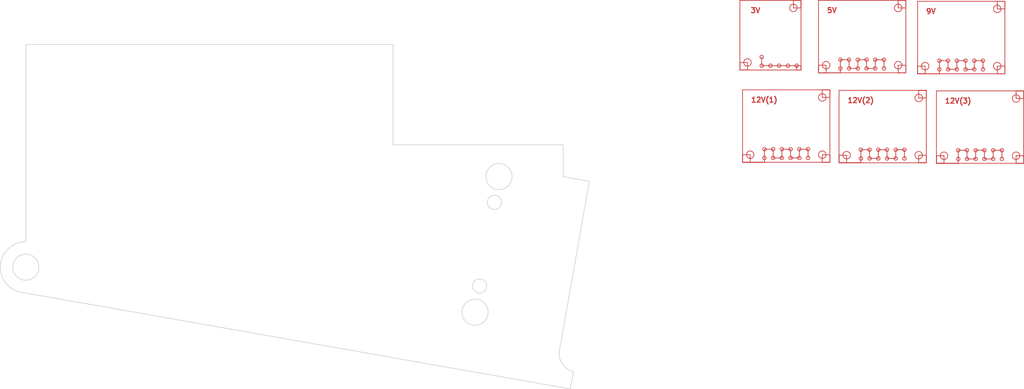
<source format=kicad_pcb>
(kicad_pcb
	(version 20241229)
	(generator "pcbnew")
	(generator_version "9.0")
	(general
		(thickness 1.6)
		(legacy_teardrops no)
	)
	(paper "A4")
	(layers
		(0 "F.Cu" signal)
		(2 "B.Cu" signal)
		(9 "F.Adhes" user "F.Adhesive")
		(11 "B.Adhes" user "B.Adhesive")
		(13 "F.Paste" user)
		(15 "B.Paste" user)
		(5 "F.SilkS" user "F.Silkscreen")
		(7 "B.SilkS" user "B.Silkscreen")
		(1 "F.Mask" user)
		(3 "B.Mask" user)
		(17 "Dwgs.User" user "User.Drawings")
		(19 "Cmts.User" user "User.Comments")
		(21 "Eco1.User" user "User.Eco1")
		(23 "Eco2.User" user "User.Eco2")
		(25 "Edge.Cuts" user)
		(27 "Margin" user)
		(31 "F.CrtYd" user "F.Courtyard")
		(29 "B.CrtYd" user "B.Courtyard")
		(35 "F.Fab" user)
		(33 "B.Fab" user)
		(39 "User.1" user)
		(41 "User.2" user)
		(43 "User.3" user)
		(45 "User.4" user)
	)
	(setup
		(pad_to_mask_clearance 0)
		(allow_soldermask_bridges_in_footprints no)
		(tenting front back)
		(pcbplotparams
			(layerselection 0x00000000_00000000_55555555_5755f5ff)
			(plot_on_all_layers_selection 0x00000000_00000000_00000000_00000000)
			(disableapertmacros no)
			(usegerberextensions no)
			(usegerberattributes yes)
			(usegerberadvancedattributes yes)
			(creategerberjobfile yes)
			(dashed_line_dash_ratio 12.000000)
			(dashed_line_gap_ratio 3.000000)
			(svgprecision 4)
			(plotframeref no)
			(mode 1)
			(useauxorigin no)
			(hpglpennumber 1)
			(hpglpenspeed 20)
			(hpglpendiameter 15.000000)
			(pdf_front_fp_property_popups yes)
			(pdf_back_fp_property_popups yes)
			(pdf_metadata yes)
			(pdf_single_document no)
			(dxfpolygonmode yes)
			(dxfimperialunits yes)
			(dxfusepcbnewfont yes)
			(psnegative no)
			(psa4output no)
			(plot_black_and_white yes)
			(sketchpadsonfab no)
			(plotpadnumbers no)
			(hidednponfab no)
			(sketchdnponfab yes)
			(crossoutdnponfab yes)
			(subtractmaskfromsilk no)
			(outputformat 1)
			(mirror no)
			(drillshape 1)
			(scaleselection 1)
			(outputdirectory "")
		)
	)
	(net 0 "")
	(gr_line
		(start 32.5374 58.6232)
		(end 32.5374 61.1632)
		(stroke
			(width 0.2)
			(type default)
		)
		(layer "F.Cu")
		(uuid "017bb5fa-747d-46c2-a259-872d0de036aa")
	)
	(gr_circle
		(center 98.171 43.8404)
		(end 97.4598 44.6786)
		(stroke
			(width 0.2)
			(type default)
		)
		(fill no)
		(layer "F.Cu")
		(uuid "028f7d4a-49fc-461c-96b2-63a4089dfa99")
	)
	(gr_circle
		(center 86.0044 35.3568)
		(end 86.0044 34.8488)
		(stroke
			(width 0.2)
			(type default)
		)
		(fill no)
		(layer "F.Cu")
		(uuid "04027d57-783b-4ae4-bd51-23eb6efcb438")
	)
	(gr_circle
		(center 33.3502 17.4498)
		(end 33.3502 18.542)
		(stroke
			(width 0.2)
			(type default)
		)
		(fill no)
		(layer "F.Cu")
		(uuid "048f68d3-8bbb-4d32-8d0d-d0fd0e5ced2d")
	)
	(gr_circle
		(center 63.8556 17.4498)
		(end 63.1444 18.288)
		(stroke
			(width 0.2)
			(type default)
		)
		(fill no)
		(layer "F.Cu")
		(uuid "0d1651c0-9ad9-440c-9ad1-8342d67cefd7")
	)
	(gr_rect
		(start 74.9808 60.5282)
		(end 77.1906 62.738)
		(stroke
			(width 0.2)
			(type default)
		)
		(fill no)
		(layer "F.Cu")
		(uuid "0d287d1a-97d7-4425-821a-86e68e15d826")
	)
	(gr_line
		(start 63.1444 58.7756)
		(end 65.6844 58.7756)
		(stroke
			(width 0.2)
			(type default)
		)
		(layer "F.Cu")
		(uuid "0dbb3a34-a726-4977-b31f-71968799b972")
	)
	(gr_circle
		(center 19.9898 33.3502)
		(end 19.9898 32.258)
		(stroke
			(width 0.2)
			(type default)
		)
		(fill no)
		(layer "F.Cu")
		(uuid "0dc64463-4ea1-4c3e-99f9-c8e25f88db85")
	)
	(gr_circle
		(center 55.5244 61.3156)
		(end 55.9308 61.0108)
		(stroke
			(width 0.2)
			(type default)
		)
		(fill no)
		(layer "F.Cu")
		(uuid "0f5155ab-c94e-4d31-b184-fc04baeae081")
	)
	(gr_line
		(start 78.3844 32.8168)
		(end 78.3844 35.3568)
		(stroke
			(width 0.2)
			(type default)
		)
		(layer "F.Cu")
		(uuid "0fb14b5e-a921-47c7-ab8f-95da22b42ff0")
	)
	(gr_circle
		(center 60.6044 58.7756)
		(end 61.1124 58.7756)
		(stroke
			(width 0.2)
			(type default)
		)
		(fill no)
		(layer "F.Cu")
		(uuid "11d755bb-13f6-48a1-a82a-eac0c217bb77")
	)
	(gr_circle
		(center 55.5244 58.7756)
		(end 55.8292 58.3692)
		(stroke
			(width 0.2)
			(type default)
		)
		(fill no)
		(layer "F.Cu")
		(uuid "12bd74cf-2fa2-4b4f-8521-0ab707408a6d")
	)
	(gr_line
		(start 63.1444 61.3156)
		(end 63.1444 58.7756)
		(stroke
			(width 0.2)
			(type default)
		)
		(layer "F.Cu")
		(uuid "13508915-149a-4544-b801-3f60db84bb8b")
	)
	(gr_rect
		(start 92.6846 34.417)
		(end 94.8944 36.6268)
		(stroke
			(width 0.2)
			(type default)
		)
		(fill no)
		(layer "F.Cu")
		(uuid "13629bf9-c96a-4b46-8888-24345bc26fa1")
	)
	(gr_line
		(start 52.9844 61.3156)
		(end 52.9844 58.7756)
		(stroke
			(width 0.2)
			(type default)
		)
		(layer "F.Cu")
		(uuid "16074348-bfd0-4f3d-ba11-ea97221a71ed")
	)
	(gr_circle
		(center 41.7576 43.5356)
		(end 41.0464 44.3738)
		(stroke
			(width 0.2)
			(type default)
		)
		(fill no)
		(layer "F.Cu")
		(uuid "17418aed-b574-4d24-85a6-0d080d9db49a")
	)
	(gr_circle
		(center 58.0644 61.3156)
		(end 57.5564 61.3156)
		(stroke
			(width 0.2)
			(type default)
		)
		(fill no)
		(layer "F.Cu")
		(uuid "174c9129-de7f-489b-98e0-0947dfcdd5ff")
	)
	(gr_line
		(start 24.9174 58.6232)
		(end 27.4574 58.6232)
		(stroke
			(width 0.2)
			(type default)
		)
		(layer "F.Cu")
		(uuid "19829982-fad9-4374-98dd-d196878e4e3c")
	)
	(gr_circle
		(center 75.8444 32.8168)
		(end 75.8444 32.3088)
		(stroke
			(width 0.2)
			(type default)
		)
		(fill no)
		(layer "F.Cu")
		(uuid "1bb1f699-ef38-4056-811e-dab6326b1973")
	)
	(gr_circle
		(center 63.1444 61.3156)
		(end 63.1444 60.8076)
		(stroke
			(width 0.2)
			(type default)
		)
		(fill no)
		(layer "F.Cu")
		(uuid "1de4c85c-822b-4de2-a753-b2f4c345b252")
	)
	(gr_rect
		(start 63.8556 15.24)
		(end 66.0654 17.4498)
		(stroke
			(width 0.2)
			(type default)
		)
		(fill no)
		(layer "F.Cu")
		(uuid "1f5220b4-85c4-4825-9cb8-5540edd776f1")
	)
	(gr_rect
		(start 18.5674 41.3258)
		(end 43.9674 62.4332)
		(stroke
			(width 0.2)
			(type default)
		)
		(fill no)
		(layer "F.Cu")
		(uuid "21ce7aff-9844-4490-9c12-f634a0354f15")
	)
	(gr_circle
		(center 86.0044 32.8168)
		(end 86.0044 33.3248)
		(stroke
			(width 0.2)
			(type default)
		)
		(fill no)
		(layer "F.Cu")
		(uuid "22811b9c-25ac-424b-a2ba-c953018b5a29")
	)
	(gr_circle
		(center 80.9244 32.8168)
		(end 81.4324 32.8168)
		(stroke
			(width 0.2)
			(type default)
		)
		(fill no)
		(layer "F.Cu")
		(uuid "2611e11b-bfbf-4ef5-8221-b79406548c18")
	)
	(gr_circle
		(center 65.6844 58.7756)
		(end 66.1924 58.7756)
		(stroke
			(width 0.2)
			(type default)
		)
		(fill no)
		(layer "F.Cu")
		(uuid "269a6d33-2120-4709-9e23-ef9957582a44")
	)
	(gr_line
		(start 59.7154 32.5374)
		(end 59.7154 35.0774)
		(stroke
			(width 0.2)
			(type default)
		)
		(layer "F.Cu")
		(uuid "2720ee83-1b63-4777-9760-bec96591dc8e")
	)
	(gr_line
		(start 54.6354 35.0774)
		(end 57.1754 35.0774)
		(stroke
			(width 0.2)
			(type default)
		)
		(layer "F.Cu")
		(uuid "285d450c-bacd-4d3d-9ae5-ff3b1040a447")
	)
	(gr_circle
		(center 29.9974 61.1632)
		(end 29.4894 61.1632)
		(stroke
			(width 0.2)
			(type default)
		)
		(fill no)
		(layer "F.Cu")
		(uuid "28b71d80-5196-4491-b08f-09d40c2a5a3c")
	)
	(gr_line
		(start 81.3308 62.738)
		(end 81.3308 61.468)
		(stroke
			(width 0.2)
			(type default)
		)
		(layer "F.Cu")
		(uuid "299fbbb1-191e-4bc8-9793-17e636254e52")
	)
	(gr_line
		(start 88.5444 32.8168)
		(end 88.5444 35.3568)
		(stroke
			(width 0.2)
			(type default)
		)
		(layer "F.Cu")
		(uuid "2a6556b0-a43c-4465-871c-752c54d4b675")
	)
	(gr_circle
		(center 24.9174 61.1632)
		(end 25.4254 61.1632)
		(stroke
			(width 0.2)
			(type default)
		)
		(fill no)
		(layer "F.Cu")
		(uuid "2a6bce85-0356-4e85-a2d0-9fb26fe303ad")
	)
	(gr_line
		(start 91.4908 61.468)
		(end 91.4908 58.928)
		(stroke
			(width 0.2)
			(type default)
		)
		(layer "F.Cu")
		(uuid "2afb83ad-9f2a-4ae2-85f0-dfe2dd0bd50c")
	)
	(gr_circle
		(center 52.0954 35.0774)
		(end 51.5874 35.0774)
		(stroke
			(width 0.2)
			(type default)
		)
		(fill no)
		(layer "F.Cu")
		(uuid "2d624912-ae39-4704-b11f-09430e7e912c")
	)
	(gr_line
		(start 29.21 34.29)
		(end 26.67 34.29)
		(stroke
			(width 0.2)
			(type default)
		)
		(layer "F.Cu")
		(uuid "2e0df0e5-83da-4bf7-b706-edc3c8cea0fa")
	)
	(gr_rect
		(start 34.29 34.29)
		(end 35.56 35.56)
		(stroke
			(width 0.2)
			(type default)
		)
		(fill no)
		(layer "F.Cu")
		(uuid "3057a239-e5bb-49f5-8833-f086e3b918dd")
	)
	(gr_rect
		(start 17.78 15.24)
		(end 35.56 35.56)
		(stroke
			(width 0.2)
			(type default)
		)
		(fill no)
		(layer "F.Cu")
		(uuid "320cd50b-f92c-450e-b336-eed40d46a16f")
	)
	(gr_line
		(start 86.4108 58.928)
		(end 88.9508 58.928)
		(stroke
			(width 0.2)
			(type default)
		)
		(layer "F.Cu")
		(uuid "320d53bc-39d6-4171-830d-0d4e3dee100d")
	)
	(gr_line
		(start 24.13 34.29)
		(end 24.13 31.75)
		(stroke
			(width 0.2)
			(type default)
		)
		(layer "F.Cu")
		(uuid "34af4901-ffba-48f4-8c79-b3e423cce4db")
	)
	(gr_circle
		(center 59.7154 32.5374)
		(end 60.2234 32.5374)
		(stroke
			(width 0.2)
			(type default)
		)
		(fill no)
		(layer "F.Cu")
		(uuid "376a084e-dd2c-4736-8485-80a69fbc7884")
	)
	(gr_circle
		(center 60.6044 61.3156)
		(end 61.1124 61.341)
		(stroke
			(width 0.2)
			(type default)
		)
		(fill no)
		(layer "F.Cu")
		(uuid "37bd9bf9-54ec-4aeb-8e57-b44af009684f")
	)
	(gr_line
		(start 52.0954 35.0774)
		(end 52.0954 32.5374)
		(stroke
			(width 0.2)
			(type default)
		)
		(layer "F.Cu")
		(uuid "38701764-8774-4a1a-9685-1bf3ad7f7266")
	)
	(gr_circle
		(center 24.13 34.29)
		(end 24.1554 33.782)
		(stroke
			(width 0.2)
			(type default)
		)
		(fill no)
		(layer "F.Cu")
		(uuid "3b1dad66-3cf0-4941-8385-0d8ec13e255d")
	)
	(gr_line
		(start 57.1754 35.0774)
		(end 57.1754 32.5374)
		(stroke
			(width 0.2)
			(type default)
		)
		(layer "F.Cu")
		(uuid "3bc79c81-c30d-477b-bf5a-3d14ccc71523")
	)
	(gr_circle
		(center 29.21 34.29)
		(end 29.718 34.29)
		(stroke
			(width 0.2)
			(type default)
		)
		(fill no)
		(layer "F.Cu")
		(uuid "3c7ca423-49a8-4dbb-b3f2-4be4a0f069cf")
	)
	(gr_circle
		(center 26.67 34.29)
		(end 26.6954 33.782)
		(stroke
			(width 0.2)
			(type default)
		)
		(fill no)
		(layer "F.Cu")
		(uuid "3c91da02-ae7c-4b1f-b8b1-237b09aa623c")
	)
	(gr_circle
		(center 35.0774 58.6232)
		(end 35.0774 59.1312)
		(stroke
			(width 0.2)
			(type default)
		)
		(fill no)
		(layer "F.Cu")
		(uuid "3cc29b90-1db9-42f4-94d7-cd657aaeade1")
	)
	(gr_line
		(start 75.8444 35.3568)
		(end 75.8444 32.8168)
		(stroke
			(width 0.2)
			(type default)
		)
		(layer "F.Cu")
		(uuid "3cf06fac-981a-4a63-8dd9-4c420ccd3874")
	)
	(gr_rect
		(start 69.4944 15.5194)
		(end 94.8944 36.6268)
		(stroke
			(width 0.2)
			(type default)
		)
		(fill no)
		(layer "F.Cu")
		(uuid "401a4079-cbca-4453-be1c-101fc966ce9e")
	)
	(gr_line
		(start 52.0954 32.5374)
		(end 54.6354 32.5374)
		(stroke
			(width 0.2)
			(type default)
		)
		(layer "F.Cu")
		(uuid "40513683-f0da-4c72-a0d4-cdf9acab4369")
	)
	(gr_line
		(start 74.9808 62.738)
		(end 81.3308 62.738)
		(stroke
			(width 0.2)
			(type default)
		)
		(layer "F.Cu")
		(uuid "40863118-43a9-410e-b848-bc57cffc606c")
	)
	(gr_circle
		(center 47.0154 35.0774)
		(end 47.5234 35.0774)
		(stroke
			(width 0.2)
			(type default)
		)
		(fill no)
		(layer "F.Cu")
		(uuid "442f120c-6d42-4239-bdd1-eec72d9cd910")
	)
	(gr_line
		(start 54.6354 32.5374)
		(end 54.6354 35.0774)
		(stroke
			(width 0.2)
			(type default)
		)
		(layer "F.Cu")
		(uuid "45896416-5903-4bf9-b288-1d72df617914")
	)
	(gr_circle
		(center 37.6174 58.6232)
		(end 38.1254 58.6232)
		(stroke
			(width 0.2)
			(type default)
		)
		(fill no)
		(layer "F.Cu")
		(uuid "45c08e50-4d5c-41dd-ae6e-7b9d6cf6d9d8")
	)
	(gr_circle
		(center 58.0644 58.7756)
		(end 58.5724 58.7756)
		(stroke
			(width 0.2)
			(type default)
		)
		(fill no)
		(layer "F.Cu")
		(uuid "4659e46f-b2f2-41b6-8c4b-0f3658ab4800")
	)
	(gr_circle
		(center 47.0154 32.5374)
		(end 47.0154 32.0294)
		(stroke
			(width 0.2)
			(type default)
		)
		(fill no)
		(layer "F.Cu")
		(uuid "4a0fe485-e471-41a8-abb0-ed84d4e01dcd")
	)
	(gr_circle
		(center 83.4644 35.3568)
		(end 83.9724 35.3822)
		(stroke
			(width 0.2)
			(type default)
		)
		(fill no)
		(layer "F.Cu")
		(uuid "4c95dee5-c126-49c5-9452-f217b088b657")
	)
	(gr_line
		(start 35.0774 61.1632)
		(end 35.0774 58.6232)
		(stroke
			(width 0.2)
			(type default)
		)
		(layer "F.Cu")
		(uuid "5020a9e3-3c7f-4ec2-b7c3-7abd96894173")
	)
	(gr_line
		(start 52.9844 62.5856)
		(end 52.9844 61.3156)
		(stroke
			(width 0.2)
			(type default)
		)
		(layer "F.Cu")
		(uuid "5080d688-4b02-4117-97dc-3d73237d4192")
	)
	(gr_line
		(start 80.9244 32.8168)
		(end 83.4644 32.8168)
		(stroke
			(width 0.2)
			(type default)
		)
		(layer "F.Cu")
		(uuid "51e09e98-5d2f-46d2-b805-250c03102bf7")
	)
	(gr_rect
		(start 17.78 33.3502)
		(end 19.9898 35.56)
		(stroke
			(width 0.2)
			(type default)
		)
		(fill no)
		(layer "F.Cu")
		(uuid "52695eff-39f9-419d-8981-8db129d1f8eb")
	)
	(gr_line
		(start 86.4108 61.468)
		(end 86.4108 58.928)
		(stroke
			(width 0.2)
			(type default)
		)
		(layer "F.Cu")
		(uuid "545ead24-1fb5-47d7-a45b-6319c6ee6880")
	)
	(gr_rect
		(start 40.6654 15.24)
		(end 66.0654 36.3474)
		(stroke
			(width 0.2)
			(type default)
		)
		(fill no)
		(layer "F.Cu")
		(uuid "54f060bc-0780-4725-9e6f-3ea997aea16f")
	)
	(gr_line
		(start 31.75 34.29)
		(end 29.21 34.29)
		(stroke
			(width 0.2)
			(type default)
		)
		(layer "F.Cu")
		(uuid "56973edd-00ca-435e-94c3-84a77c55aeb3")
	)
	(gr_circle
		(center 88.9508 61.468)
		(end 89.4588 61.4934)
		(stroke
			(width 0.2)
			(type default)
		)
		(fill no)
		(layer "F.Cu")
		(uuid "5778d47f-567e-4154-a65a-12fe7f4be461")
	)
	(gr_circle
		(center 48.8442 60.3758)
		(end 48.8442 59.2836)
		(stroke
			(width 0.2)
			(type default)
		)
		(fill no)
		(layer "F.Cu")
		(uuid "57e98dea-5b30-42dc-af21-3e34d83223b4")
	)
	(gr_circle
		(center 49.5554 32.5374)
		(end 49.8602 32.131)
		(stroke
			(width 0.2)
			(type default)
		)
		(fill no)
		(layer "F.Cu")
		(uuid "594bd890-765d-4c8f-bee4-30b5fd46dfd2")
	)
	(gr_line
		(start 27.4574 61.1632)
		(end 29.9974 61.1632)
		(stroke
			(width 0.2)
			(type default)
		)
		(layer "F.Cu")
		(uuid "5ad6da43-b54e-4bb7-b575-bc70d1f411b5")
	)
	(gr_line
		(start 81.3308 61.468)
		(end 81.3308 58.928)
		(stroke
			(width 0.2)
			(type default)
		)
		(layer "F.Cu")
		(uuid "5f90e5bd-7157-4ccb-87b5-ba26c996baa3")
	)
	(gr_circle
		(center 27.4574 58.6232)
		(end 27.7622 58.2168)
		(stroke
			(width 0.2)
			(type default)
		)
		(fill no)
		(layer "F.Cu")
		(uuid "5fadbb5a-ca3e-4b8f-a6d3-7cf84996c772")
	)
	(gr_circle
		(center 80.9244 35.3568)
		(end 80.4164 35.3568)
		(stroke
			(width 0.2)
			(type default)
		)
		(fill no)
		(layer "F.Cu")
		(uuid "5fc64073-f951-4066-af7f-8b475a5dac25")
	)
	(gr_circle
		(center 63.1444 58.7756)
		(end 63.1444 59.2836)
		(stroke
			(width 0.2)
			(type default)
		)
		(fill no)
		(layer "F.Cu")
		(uuid "6148fc24-6851-4d44-951a-21eb4f3b59fa")
	)
	(gr_circle
		(center 59.7154 35.0774)
		(end 60.1218 34.7726)
		(stroke
			(width 0.2)
			(type default)
		)
		(fill no)
		(layer "F.Cu")
		(uuid "6558b420-6a87-42d8-9fdd-af66afcb25a1")
	)
	(gr_line
		(start 24.9174 62.4332)
		(end 24.9174 61.1632)
		(stroke
			(width 0.2)
			(type default)
		)
		(layer "F.Cu")
		(uuid "66232e1a-f84d-4274-85e1-41960a81b87f")
	)
	(gr_circle
		(center 32.5374 61.1632)
		(end 33.0454 61.1886)
		(stroke
			(width 0.2)
			(type default)
		)
		(fill no)
		(layer "F.Cu")
		(uuid "6671b34a-c189-455c-b255-338903851762")
	)
	(gr_rect
		(start 69.8246 60.3758)
		(end 72.0344 62.5856)
		(stroke
			(width 0.2)
			(type default)
		)
		(fill no)
		(layer "F.Cu")
		(uuid "6859a5a5-66c9-40e0-a335-865a448548ab")
	)
	(gr_line
		(start 35.0774 58.6232)
		(end 37.6174 58.6232)
		(stroke
			(width 0.2)
			(type default)
		)
		(layer "F.Cu")
		(uuid "6bc8cd0a-6e03-44b5-b510-75b2504bbc08")
	)
	(gr_rect
		(start 41.7576 60.2234)
		(end 43.9674 62.4332)
		(stroke
			(width 0.2)
			(type default)
		)
		(fill no)
		(layer "F.Cu")
		(uuid "6cb50275-a0bb-4e4e-8ebb-a38b255d3aab")
	)
	(gr_circle
		(center 24.9174 58.6232)
		(end 24.9174 58.1152)
		(stroke
			(width 0.2)
			(type default)
		)
		(fill no)
		(layer "F.Cu")
		(uuid "6e466a40-3dea-468e-b34d-fc64dd468e50")
	)
	(gr_circle
		(center 81.3308 61.468)
		(end 81.8388 61.468)
		(stroke
			(width 0.2)
			(type default)
		)
		(fill no)
		(layer "F.Cu")
		(uuid "6f78171c-ff91-4988-b7b7-75a19f52ffd1")
	)
	(gr_circle
		(center 88.9508 58.928)
		(end 89.4588 58.928)
		(stroke
			(width 0.2)
			(type default)
		)
		(fill no)
		(layer "F.Cu")
		(uuid "6f8248f4-913a-4806-8445-72f2eacac7d6")
	)
	(gr_line
		(start 60.6044 58.7756)
		(end 60.6044 61.3156)
		(stroke
			(width 0.2)
			(type default)
		)
		(layer "F.Cu")
		(uuid "6f85932b-4c01-4b56-9668-f81547187aa2")
	)
	(gr_circle
		(center 34.29 34.29)
		(end 34.3154 33.782)
		(stroke
			(width 0.2)
			(type default)
		)
		(fill no)
		(layer "F.Cu")
		(uuid "6ff26e3e-0829-4b07-bb8e-8c3e7e49c0f8")
	)
	(gr_rect
		(start 69.8246 41.4782)
		(end 72.0344 43.688)
		(stroke
			(width 0.2)
			(type default)
		)
		(fill no)
		(layer "F.Cu")
		(uuid "709bd9f0-927f-40a0-b0a2-8c70e064db46")
	)
	(gr_circle
		(center 35.0774 61.1632)
		(end 35.0774 60.6552)
		(stroke
			(width 0.2)
			(type default)
		)
		(fill no)
		(layer "F.Cu")
		(uuid "71b65f91-d435-4570-b32d-c4337f923c41")
	)
	(gr_line
		(start 40.6654 36.3474)
		(end 47.0154 36.3474)
		(stroke
			(width 0.2)
			(type default)
		)
		(layer "F.Cu")
		(uuid "728d0a3e-a5f4-4685-bcae-40d5e5fbf530")
	)
	(gr_line
		(start 55.5244 58.7756)
		(end 55.5244 61.3156)
		(stroke
			(width 0.2)
			(type default)
		)
		(layer "F.Cu")
		(uuid "72bcd54c-811c-4059-b3b0-a395b3623c1c")
	)
	(gr_rect
		(start 40.6654 34.1376)
		(end 42.8752 36.3474)
		(stroke
			(width 0.2)
			(type default)
		)
		(fill no)
		(layer "F.Cu")
		(uuid "74165322-ee42-419d-bd47-88f6423765a2")
	)
	(gr_rect
		(start 46.6344 41.4782)
		(end 72.0344 62.5856)
		(stroke
			(width 0.2)
			(type default)
		)
		(fill no)
		(layer "F.Cu")
		(uuid "754261ce-b295-4d4a-9866-c2a8ddb4c90a")
	)
	(gr_line
		(start 29.9974 58.6232)
		(end 32.5374 58.6232)
		(stroke
			(width 0.2)
			(type default)
		)
		(layer "F.Cu")
		(uuid "766305ef-d489-4e15-a645-ec5af10a211a")
	)
	(gr_line
		(start 49.5554 32.5374)
		(end 49.5554 35.0774)
		(stroke
			(width 0.2)
			(type default)
		)
		(layer "F.Cu")
		(uuid "791f86dc-764e-41f1-901c-a63ce4c34739")
	)
	(gr_circle
		(center 41.7576 60.2234)
		(end 40.6654 60.2234)
		(stroke
			(width 0.2)
			(type default)
		)
		(fill no)
		(layer "F.Cu")
		(uuid "79ad4bf6-361d-4c53-865a-9c3574e08d0f")
	)
	(gr_circle
		(center 52.9844 61.3156)
		(end 53.4924 61.3156)
		(stroke
			(width 0.2)
			(type default)
		)
		(fill no)
		(layer "F.Cu")
		(uuid "7a1fecba-69c6-4d4c-8130-788d2bace06e")
	)
	(gr_line
		(start 37.6174 58.6232)
		(end 37.6174 61.1632)
		(stroke
			(width 0.2)
			(type default)
		)
		(layer "F.Cu")
		(uuid "7d9f00d3-c86f-4cf1-b41d-203aac4218da")
	)
	(gr_circle
		(center 83.8708 58.928)
		(end 84.1756 58.5216)
		(stroke
			(width 0.2)
			(type default)
		)
		(fill no)
		(layer "F.Cu")
		(uuid "7dc1ddef-e22f-4d39-93e6-56ed9891edbd")
	)
	(gr_circle
		(center 88.5444 32.8168)
		(end 89.0524 32.8168)
		(stroke
			(width 0.2)
			(type default)
		)
		(fill no)
		(layer "F.Cu")
		(uuid "7eb50787-6aee-4c1d-b39b-39a3a51bfe8b")
	)
	(gr_circle
		(center 78.3844 32.8168)
		(end 78.6892 32.4104)
		(stroke
			(width 0.2)
			(type default)
		)
		(fill no)
		(layer "F.Cu")
		(uuid "7ecbb449-51ad-4518-9b9a-72c8d23cce23")
	)
	(gr_circle
		(center 65.6844 61.3156)
		(end 66.0908 61.0108)
		(stroke
			(width 0.2)
			(type default)
		)
		(fill no)
		(layer "F.Cu")
		(uuid "80222fd6-19bb-4543-8a1d-958d7bef2b88")
	)
	(gr_line
		(start 83.4644 35.3568)
		(end 86.0044 35.3568)
		(stroke
			(width 0.2)
			(type default)
		)
		(layer "F.Cu")
		(uuid "81605b60-f920-4cea-b73f-e579e62f54bf")
	)
	(gr_line
		(start 29.9974 61.1632)
		(end 29.9974 58.6232)
		(stroke
			(width 0.2)
			(type default)
		)
		(layer "F.Cu")
		(uuid "8a0891b9-66ad-4723-9d20-0ebec07be023")
	)
	(gr_circle
		(center 75.8444 35.3568)
		(end 76.3524 35.3568)
		(stroke
			(width 0.2)
			(type default)
		)
		(fill no)
		(layer "F.Cu")
		(uuid "8be53639-c109-4b8a-8be3-549bb1e863b8")
	)
	(gr_circle
		(center 54.6354 35.0774)
		(end 55.1434 35.1028)
		(stroke
			(width 0.2)
			(type default)
		)
		(fill no)
		(layer "F.Cu")
		(uuid "8bf015dc-4dea-4cf0-b80c-4aa09d8cb720")
	)
	(gr_circle
		(center 69.8246 43.688)
		(end 69.1134 44.5262)
		(stroke
			(width 0.2)
			(type default)
		)
		(fill no)
		(layer "F.Cu")
		(uuid "8c568c0e-a486-4c15-95b8-385fc59ea9ef")
	)
	(gr_circle
		(center 69.8246 60.3758)
		(end 68.7324 60.3758)
		(stroke
			(width 0.2)
			(type default)
		)
		(fill no)
		(layer "F.Cu")
		(uuid "8cd3e776-8176-4393-9827-be5e0d420d4c")
	)
	(gr_line
		(start 47.0154 32.5374)
		(end 49.5554 32.5374)
		(stroke
			(width 0.2)
			(type default)
		)
		(layer "F.Cu")
		(uuid "8df4f751-8f9d-4bbc-9dee-4c7bc4ca0e06")
	)
	(gr_line
		(start 18.5674 62.4332)
		(end 24.9174 62.4332)
		(stroke
			(width 0.2)
			(type default)
		)
		(layer "F.Cu")
		(uuid "8e94c5d5-f24a-415a-a69d-3a972c099933")
	)
	(gr_line
		(start 52.9844 58.7756)
		(end 55.5244 58.7756)
		(stroke
			(width 0.2)
			(type default)
		)
		(layer "F.Cu")
		(uuid "8f190120-7123-49ac-a781-06744ea02262")
	)
	(gr_line
		(start 58.0644 58.7756)
		(end 60.6044 58.7756)
		(stroke
			(width 0.2)
			(type default)
		)
		(layer "F.Cu")
		(uuid "8f28599f-1819-47ce-9b0b-86a419389249")
	)
	(gr_circle
		(center 52.0954 32.5374)
		(end 52.6034 32.5374)
		(stroke
			(width 0.2)
			(type default)
		)
		(fill no)
		(layer "F.Cu")
		(uuid "8f5c873e-823b-4a5d-8a8f-ed0bad77daa4")
	)
	(gr_line
		(start 75.8444 36.6268)
		(end 75.8444 35.3568)
		(stroke
			(width 0.2)
			(type default)
		)
		(layer "F.Cu")
		(uuid "8fba3a34-fabc-4acc-8ef2-e9fc6be92768")
	)
	(gr_circle
		(center 57.1754 35.0774)
		(end 57.1754 34.5694)
		(stroke
			(width 0.2)
			(type default)
		)
		(fill no)
		(layer "F.Cu")
		(uuid "909a8474-485e-4773-bf8d-cd5d00a01655")
	)
	(gr_line
		(start 69.4944 36.6268)
		(end 75.8444 36.6268)
		(stroke
			(width 0.2)
			(type default)
		)
		(layer "F.Cu")
		(uuid "91e0cf7c-2933-4453-b00f-69973a317d1f")
	)
	(gr_line
		(start 86.0044 32.8168)
		(end 88.5444 32.8168)
		(stroke
			(width 0.2)
			(type default)
		)
		(layer "F.Cu")
		(uuid "93540992-dc6f-411a-b1e7-e957f8290a5f")
	)
	(gr_circle
		(center 81.3308 58.928)
		(end 81.3308 58.42)
		(stroke
			(width 0.2)
			(type default)
		)
		(fill no)
		(layer "F.Cu")
		(uuid "9580d778-268f-407e-aeaa-f121ad1f2eb5")
	)
	(gr_circle
		(center 88.5444 35.3568)
		(end 88.9508 35.052)
		(stroke
			(width 0.2)
			(type default)
		)
		(fill no)
		(layer "F.Cu")
		(uuid "96c67ef0-fe70-46ea-98ad-140c2c73e9a5")
	)
	(gr_line
		(start 49.5554 35.0774)
		(end 52.0954 35.0774)
		(stroke
			(width 0.2)
			(type default)
		)
		(layer "F.Cu")
		(uuid "9bdc2a1f-3263-4e29-8c3c-e559d116744e")
	)
	(gr_circle
		(center 32.5374 58.6232)
		(end 33.0454 58.6232)
		(stroke
			(width 0.2)
			(type default)
		)
		(fill no)
		(layer "F.Cu")
		(uuid "9c6a3004-aca8-4f09-9950-98d30142fbda")
	)
	(gr_line
		(start 26.67 34.29)
		(end 24.13 34.29)
		(stroke
			(width 0.2)
			(type default)
		)
		(layer "F.Cu")
		(uuid "9d21c287-6877-4b39-aa33-a50008f5bbc4")
	)
	(gr_circle
		(center 86.4108 58.928)
		(end 86.9188 58.928)
		(stroke
			(width 0.2)
			(type default)
		)
		(fill no)
		(layer "F.Cu")
		(uuid "a06440e5-8c1e-4811-b2e4-f41fab0039a0")
	)
	(gr_circle
		(center 29.9974 58.6232)
		(end 30.5054 58.6232)
		(stroke
			(width 0.2)
			(type default)
		)
		(fill no)
		(layer "F.Cu")
		(uuid "a374172c-1f09-4a87-96c7-d74b3f2edbcb")
	)
	(gr_circle
		(center 54.6354 32.5374)
		(end 55.1434 32.5374)
		(stroke
			(width 0.2)
			(type default)
		)
		(fill no)
		(layer "F.Cu")
		(uuid "a3d1ddb2-f384-4753-8cdf-06430d8cbe2d")
	)
	(gr_line
		(start 88.9508 58.928)
		(end 88.9508 61.468)
		(stroke
			(width 0.2)
			(type default)
		)
		(layer "F.Cu")
		(uuid "a45a95ed-bd05-4b5e-a5e4-8902ec788d48")
	)
	(gr_line
		(start 81.3308 58.928)
		(end 83.8708 58.928)
		(stroke
			(width 0.2)
			(type default)
		)
		(layer "F.Cu")
		(uuid "a464808e-e21c-4fa7-b9ae-41cacf24b34a")
	)
	(gr_line
		(start 83.4644 32.8168)
		(end 83.4644 35.3568)
		(stroke
			(width 0.2)
			(type default)
		)
		(layer "F.Cu")
		(uuid "a6a3de47-03a0-4942-acb1-19ca2d57a8b0")
	)
	(gr_line
		(start 65.6844 58.7756)
		(end 65.6844 61.3156)
		(stroke
			(width 0.2)
			(type default)
		)
		(layer "F.Cu")
		(uuid "a937f1f4-c9f5-4037-9162-7e123f81a9a2")
	)
	(gr_line
		(start 88.9508 61.468)
		(end 91.4908 61.468)
		(stroke
			(width 0.2)
			(type default)
		)
		(layer "F.Cu")
		(uuid "aa43f8d3-a3d3-40e9-a9be-7c4a6c9f8c47")
	)
	(gr_line
		(start 55.5244 61.3156)
		(end 58.0644 61.3156)
		(stroke
			(width 0.2)
			(type default)
		)
		(layer "F.Cu")
		(uuid "aab53be3-8700-4a40-a011-a2c9b6e2cacf")
	)
	(gr_line
		(start 32.5374 61.1632)
		(end 35.0774 61.1632)
		(stroke
			(width 0.2)
			(type default)
		)
		(layer "F.Cu")
		(uuid "ab2e57e5-5479-4d0f-97c4-d3ed9c54c6d4")
	)
	(gr_line
		(start 58.0644 61.3156)
		(end 58.0644 58.7756)
		(stroke
			(width 0.2)
			(type default)
		)
		(layer "F.Cu")
		(uuid "abc55630-72ec-4cfd-9a1b-2063b4beb7b7")
	)
	(gr_circle
		(center 86.4108 61.468)
		(end 85.9028 61.468)
		(stroke
			(width 0.2)
			(type default)
		)
		(fill no)
		(layer "F.Cu")
		(uuid "ae336e1a-0f96-4098-b3da-1736d27826a2")
	)
	(gr_line
		(start 83.8708 61.468)
		(end 86.4108 61.468)
		(stroke
			(width 0.2)
			(type default)
		)
		(layer "F.Cu")
		(uuid "aec0649b-912b-4a41-a269-45ac44b5bf9b")
	)
	(gr_rect
		(start 41.7576 41.3258)
		(end 43.9674 43.5356)
		(stroke
			(width 0.2)
			(type default)
		)
		(fill no)
		(layer "F.Cu")
		(uuid "b04efd39-6cb1-4177-9515-4dd823e1dc12")
	)
	(gr_rect
		(start 98.171 60.5282)
		(end 100.3808 62.738)
		(stroke
			(width 0.2)
			(type default)
		)
		(fill no)
		(layer "F.Cu")
		(uuid "b06cbc8a-6b73-4022-bcdd-bbf27a6d8b4c")
	)
	(gr_circle
		(center 91.4908 58.928)
		(end 91.4908 59.436)
		(stroke
			(width 0.2)
			(type default)
		)
		(fill no)
		(layer "F.Cu")
		(uuid "b262fb1b-f8b1-4b86-85a5-601552875002")
	)
	(gr_rect
		(start 74.9808 41.6306)
		(end 100.3808 62.738)
		(stroke
			(width 0.2)
			(type default)
		)
		(fill no)
		(layer "F.Cu")
		(uuid "b3f948de-c3c3-4d1b-89d1-dbc64d8e7457")
	)
	(gr_circle
		(center 20.7772 60.2234)
		(end 20.7772 59.1312)
		(stroke
			(width 0.2)
			(type default)
		)
		(fill no)
		(layer "F.Cu")
		(uuid "b6c60856-dc83-4920-80d1-93762f7fc8bc")
	)
	(gr_circle
		(center 37.6174 61.1632)
		(end 38.0238 60.8584)
		(stroke
			(width 0.2)
			(type default)
		)
		(fill no)
		(layer "F.Cu")
		(uuid "b73482b6-04f3-45d3-8856-6b3111e39659")
	)
	(gr_line
		(start 24.9174 61.1632)
		(end 24.9174 58.6232)
		(stroke
			(width 0.2)
			(type default)
		)
		(layer "F.Cu")
		(uuid "b7461f8d-2dc5-48eb-913e-2a00dcde41a3")
	)
	(gr_line
		(start 94.0308 58.928)
		(end 94.0308 61.468)
		(stroke
			(width 0.2)
			(type default)
		)
		(layer "F.Cu")
		(uuid "b8a4cf8d-6653-4382-b9d7-d92aedad3c31")
	)
	(gr_line
		(start 47.0154 35.0774)
		(end 47.0154 32.5374)
		(stroke
			(width 0.2)
			(type default)
		)
		(layer "F.Cu")
		(uuid "b91c02df-5f40-4fdf-9597-c4e77eb95e15")
	)
	(gr_line
		(start 78.3844 35.3568)
		(end 80.9244 35.3568)
		(stroke
			(width 0.2)
			(type default)
		)
		(layer "F.Cu")
		(uuid "b950e59e-d39f-4793-a69b-755b7578c2b3")
	)
	(gr_circle
		(center 92.6846 17.7292)
		(end 91.9734 18.5674)
		(stroke
			(width 0.2)
			(type default)
		)
		(fill no)
		(layer "F.Cu")
		(uuid "bb0b28b4-ccfa-46b1-87ce-2d22ee33ce82")
	)
	(gr_line
		(start 34.29 34.29)
		(end 31.75 34.29)
		(stroke
			(width 0.2)
			(type default)
		)
		(layer "F.Cu")
		(uuid "bd9a1a44-0fe6-4ef7-b30c-8c8aa36f3a50")
	)
	(gr_rect
		(start 18.5674 60.2234)
		(end 20.7772 62.4332)
		(stroke
			(width 0.2)
			(type default)
		)
		(fill no)
		(layer "F.Cu")
		(uuid "beb168b9-13e5-4502-9124-462aaa31405f")
	)
	(gr_rect
		(start 46.6344 60.3758)
		(end 48.8442 62.5856)
		(stroke
			(width 0.2)
			(type default)
		)
		(fill no)
		(layer "F.Cu")
		(uuid "bf29fdd9-0f67-4adc-b251-7b38788ad7ca")
	)
	(gr_rect
		(start 69.4944 34.417)
		(end 71.7042 36.6268)
		(stroke
			(width 0.2)
			(type default)
		)
		(fill no)
		(layer "F.Cu")
		(uuid "c15d2ef4-278e-4f45-83a3-4bc109976668")
	)
	(gr_line
		(start 80.9244 35.3568)
		(end 80.9244 32.8168)
		(stroke
			(width 0.2)
			(type default)
		)
		(layer "F.Cu")
		(uuid "c518a3cc-5f32-4a13-a9d3-fd8816129527")
	)
	(gr_circle
		(center 77.1906 60.5282)
		(end 77.1906 59.436)
		(stroke
			(width 0.2)
			(type default)
		)
		(fill no)
		(layer "F.Cu")
		(uuid "cb2e055a-3848-4081-8ce6-629acba6168b")
	)
	(gr_circle
		(center 98.171 60.5282)
		(end 97.0788 60.5282)
		(stroke
			(width 0.2)
			(type default)
		)
		(fill no)
		(layer "F.Cu")
		(uuid "cb3a4a09-977d-4dec-b61c-fbb2f7663df5")
	)
	(gr_line
		(start 86.0044 35.3568)
		(end 86.0044 32.8168)
		(stroke
			(width 0.2)
			(type default)
		)
		(layer "F.Cu")
		(uuid "cc1858fd-ba30-426d-854f-52551a02563b")
	)
	(gr_circle
		(center 42.8752 34.1376)
		(end 42.8752 33.0454)
		(stroke
			(width 0.2)
			(type default)
		)
		(fill no)
		(layer "F.Cu")
		(uuid "cc5cae5f-4d96-40a0-9c8c-ef1ff2850a9e")
	)
	(gr_line
		(start 75.8444 32.8168)
		(end 78.3844 32.8168)
		(stroke
			(width 0.2)
			(type default)
		)
		(layer "F.Cu")
		(uuid "d3922bb5-d634-40bc-8d63-dc06ee109462")
	)
	(gr_circle
		(center 52.9844 58.7756)
		(end 52.9844 58.2676)
		(stroke
			(width 0.2)
			(type default)
		)
		(fill no)
		(layer "F.Cu")
		(uuid "d3da693d-4f9e-4d76-adc9-8a8a48cba877")
	)
	(gr_circle
		(center 63.8556 34.1376)
		(end 62.7634 34.1376)
		(stroke
			(width 0.2)
			(type default)
		)
		(fill no)
		(layer "F.Cu")
		(uuid "d41701e1-a5d8-4a3c-8213-285483866795")
	)
	(gr_line
		(start 91.4908 58.928)
		(end 94.0308 58.928)
		(stroke
			(width 0.2)
			(type default)
		)
		(layer "F.Cu")
		(uuid "d5fd5960-af1e-4e56-87b6-3dc87395a222")
	)
	(gr_circle
		(center 83.4644 32.8168)
		(end 83.9724 32.8168)
		(stroke
			(width 0.2)
			(type default)
		)
		(fill no)
		(layer "F.Cu")
		(uuid "d841520e-589d-4e27-b3c7-562eb06e81e6")
	)
	(gr_line
		(start 57.1754 32.5374)
		(end 59.7154 32.5374)
		(stroke
			(width 0.2)
			(type default)
		)
		(layer "F.Cu")
		(uuid "da088ad6-27e4-4f3e-9c13-c67d025f128b")
	)
	(gr_circle
		(center 31.75 34.29)
		(end 31.7754 33.782)
		(stroke
			(width 0.2)
			(type default)
		)
		(fill no)
		(layer "F.Cu")
		(uuid "dbb6967d-efd9-4c9b-b3dd-3064fb56d5d4")
	)
	(gr_rect
		(start 92.6846 15.5194)
		(end 94.8944 17.7292)
		(stroke
			(width 0.2)
			(type default)
		)
		(fill no)
		(layer "F.Cu")
		(uuid "de582cca-7423-4332-b365-98397294830a")
	)
	(gr_circle
		(center 83.8708 61.468)
		(end 84.2772 61.1632)
		(stroke
			(width 0.2)
			(type default)
		)
		(fill no)
		(layer "F.Cu")
		(uuid "e1e76ac2-0fe2-4450-9c6b-7bbb7a50c3aa")
	)
	(gr_circle
		(center 57.1754 32.5374)
		(end 57.1754 33.0454)
		(stroke
			(width 0.2)
			(type default)
		)
		(fill no)
		(layer "F.Cu")
		(uuid "e3e3c3d3-f376-48fa-b63a-acedb23005ae")
	)
	(gr_circle
		(center 94.0308 61.468)
		(end 94.4372 61.1632)
		(stroke
			(width 0.2)
			(type default)
		)
		(fill no)
		(layer "F.Cu")
		(uuid "e5f37244-c4e6-4eb1-9068-97f9f7e9301a")
	)
	(gr_rect
		(start 33.3502 15.24)
		(end 35.56 17.4498)
		(stroke
			(width 0.2)
			(type default)
		)
		(fill no)
		(layer "F.Cu")
		(uuid "e6e7e296-f2d7-418b-8bee-998ed2789729")
	)
	(gr_rect
		(start 63.8556 34.1376)
		(end 66.0654 36.3474)
		(stroke
			(width 0.2)
			(type default)
		)
		(fill no)
		(layer "F.Cu")
		(uuid "ed3d3a9c-fba3-4353-831f-3840b9a1c39f")
	)
	(gr_line
		(start 47.0154 36.3474)
		(end 47.0154 35.0774)
		(stroke
			(width 0.2)
			(type default)
		)
		(layer "F.Cu")
		(uuid "ed792c7a-c56c-468b-bc84-dd3f7844cf58")
	)
	(gr_line
		(start 27.4574 58.6232)
		(end 27.4574 61.1632)
		(stroke
			(width 0.2)
			(type default)
		)
		(layer "F.Cu")
		(uuid "f05e7dd5-26f7-4360-bcee-5874adf2a798")
	)
	(gr_circle
		(center 24.13 31.75)
		(end 24.638 31.75)
		(stroke
			(width 0.2)
			(type default)
		)
		(fill no)
		(layer "F.Cu")
		(uuid "f29ba546-a9f3-424b-8b03-21dc9066a8b6")
	)
	(gr_circle
		(center 71.7042 34.417)
		(end 71.7042 33.3248)
		(stroke
			(width 0.2)
			(type default)
		)
		(fill no)
		(layer "F.Cu")
		(uuid "f3b006b4-3e05-4259-bcaa-ce89645f2818")
	)
	(gr_rect
		(start 98.171 41.6306)
		(end 100.3808 43.8404)
		(stroke
			(width 0.2)
			(type default)
		)
		(fill no)
		(layer "F.Cu")
		(uuid "f3b4a436-0021-4631-a435-0e11be01ddbf")
	)
	(gr_circle
		(center 49.5554 35.0774)
		(end 49.9618 34.7726)
		(stroke
			(width 0.2)
			(type default)
		)
		(fill no)
		(layer "F.Cu")
		(uuid "f43a726d-52e2-4328-b4eb-2365e72a2633")
	)
	(gr_line
		(start 46.6344 62.5856)
		(end 52.9844 62.5856)
		(stroke
			(width 0.2)
			(type default)
		)
		(layer "F.Cu")
		(uuid "f59cc3d5-7cac-4195-a242-2f3388b26c96")
	)
	(gr_line
		(start 83.8708 58.928)
		(end 83.8708 61.468)
		(stroke
			(width 0.2)
			(type default)
		)
		(layer "F.Cu")
		(uuid "f62d9017-060e-4639-a913-b322b28774d7")
	)
	(gr_circle
		(center 91.4908 61.468)
		(end 91.4908 60.96)
		(stroke
			(width 0.2)
			(type default)
		)
		(fill no)
		(layer "F.Cu")
		(uuid "fb5f0ce4-d631-4e19-92c7-bd56e302dff2")
	)
	(gr_circle
		(center 92.6846 34.417)
		(end 91.5924 34.417)
		(stroke
			(width 0.2)
			(type default)
		)
		(fill no)
		(layer "F.Cu")
		(uuid "fb91b02a-60dd-4d06-9505-b1413faa1355")
	)
	(gr_circle
		(center 27.4574 61.1632)
		(end 27.8638 60.8584)
		(stroke
			(width 0.2)
			(type default)
		)
		(fill no)
		(layer "F.Cu")
		(uuid "fc5a722a-1488-4bd2-a7e8-f7ae61d5d2f1")
	)
	(gr_circle
		(center 78.3844 35.3568)
		(end 78.7908 35.052)
		(stroke
			(width 0.2)
			(type default)
		)
		(fill no)
		(layer "F.Cu")
		(uuid "fde777f8-fc9c-4c2c-a102-9e502c908003")
	)
	(gr_circle
		(center 94.0308 58.928)
		(end 94.5388 58.928)
		(stroke
			(width 0.2)
			(type default)
		)
		(fill no)
		(layer "F.Cu")
		(uuid "fef92ee9-2197-4fda-a659-98298dcad82b")
	)
	(gr_line
		(start 60.6044 61.3156)
		(end 63.1444 61.3156)
		(stroke
			(width 0.2)
			(type default)
		)
		(layer "F.Cu")
		(uuid "ff2a8787-550c-4fec-8039-d0b89ead9006")
	)
	(gr_circle
		(center -190.0428 93.003709)
		(end -186.2328 93.003709)
		(stroke
			(width 0.2)
			(type default)
		)
		(fill no)
		(layer "Edge.Cuts")
		(uuid "269be4b6-2034-4457-93b0-9e1e6ac7f48a")
	)
	(gr_line
		(start -33.6423 57.3278)
		(end -83.1723 57.3278)
		(stroke
			(width 0.2)
			(type default)
		)
		(layer "Edge.Cuts")
		(uuid "2833dd08-b5e5-4fce-b394-a8295ce1493e")
	)
	(gr_line
		(start -33.6423 57.3278)
		(end -33.6423 66.639607)
		(stroke
			(width 0.2)
			(type default)
		)
		(layer "Edge.Cuts")
		(uuid "3ae00544-6d86-4691-bea0-676ad270b3be")
	)
	(gr_circle
		(center -59.306281 106.139516)
		(end -55.496281 106.139516)
		(stroke
			(width 0.2)
			(type default)
		)
		(fill no)
		(layer "Edge.Cuts")
		(uuid "4f258cac-7d67-48d8-a7ae-3a6f7f4367d0")
	)
	(gr_line
		(start -31.549883 128.494399)
		(end -191.332917 100.320338)
		(stroke
			(width 0.2)
			(type default)
		)
		(layer "Edge.Cuts")
		(uuid "560a81a9-deb2-4f64-b0aa-421779704cf4")
	)
	(gr_line
		(start -33.6423 66.639607)
		(end -26.038008 67.980449)
		(stroke
			(width 0.2)
			(type default)
		)
		(layer "Edge.Cuts")
		(uuid "81714ec7-792c-412c-b5e5-e36e67dc43b2")
	)
	(gr_circle
		(center -57.959448 98.501246)
		(end -55.889348 98.501246)
		(stroke
			(width 0.2)
			(type default)
		)
		(fill no)
		(layer "Edge.Cuts")
		(uuid "827f557d-c48d-42ca-9b7c-8a2c9b4121a4")
	)
	(gr_circle
		(center -52.335329 66.605282)
		(end -48.525329 66.605282)
		(stroke
			(width 0.2)
			(type default)
		)
		(fill no)
		(layer "Edge.Cuts")
		(uuid "a41f259e-accb-4e36-aaa0-b556a91ead1a")
	)
	(gr_circle
		(center -53.658528 74.109517)
		(end -51.588428 74.109517)
		(stroke
			(width 0.2)
			(type default)
		)
		(fill no)
		(layer "Edge.Cuts")
		(uuid "b8fcfa00-7c82-4599-a3cc-2e7a51868c6a")
	)
	(gr_line
		(start -30.665729 123.480107)
		(end -31.549883 128.494399)
		(stroke
			(width 0.2)
			(type default)
		)
		(layer "Edge.Cuts")
		(uuid "ba5385db-8810-4c2c-b3b8-de7a1fa2f1d3")
	)
	(gr_arc
		(start -191.332917 100.320338)
		(mid -197.444027 92.356186)
		(end -190.0428 85.574212)
		(stroke
			(width 0.2)
			(type default)
		)
		(layer "Edge.Cuts")
		(uuid "c23af4de-2281-4689-9641-561dbbfc8535")
	)
	(gr_line
		(start -34.723829 117.240188)
		(end -26.038008 67.980449)
		(stroke
			(width 0.2)
			(type default)
		)
		(layer "Edge.Cuts")
		(uuid "cf73f842-80b9-4feb-b697-d96b8399e8b8")
	)
	(gr_line
		(start -190.0428 28.1178)
		(end -83.1723 28.1178)
		(stroke
			(width 0.2)
			(type default)
		)
		(layer "Edge.Cuts")
		(uuid "e17c2bd9-90df-4539-aaa0-190c166e7278")
	)
	(gr_arc
		(start -30.665729 123.480107)
		(mid -33.925924 121.170648)
		(end -34.723829 117.240188)
		(stroke
			(width 0.2)
			(type default)
		)
		(layer "Edge.Cuts")
		(uuid "ebbbad40-9852-44da-b43a-10aa30617eee")
	)
	(gr_line
		(start -190.0428 85.574212)
		(end -190.0428 28.1178)
		(stroke
			(width 0.2)
			(type default)
		)
		(layer "Edge.Cuts")
		(uuid "ebc525e4-2a25-4f1c-892a-1211cc17ebdb")
	)
	(gr_line
		(start -83.1723 28.1178)
		(end -83.1723 57.3278)
		(stroke
			(width 0.2)
			(type default)
		)
		(layer "Edge.Cuts")
		(uuid "f5499499-c4ef-4dd6-9693-63e4643b2409")
	)
	(gr_text "12V(3)"
		(at 77.3176 45.4152 0)
		(layer "F.Cu")
		(uuid "53499ab0-df27-4a8e-8ec1-b9613e2dbc74")
		(effects
			(font
				(size 1.5 1.5)
				(thickness 0.3)
				(bold yes)
			)
			(justify left bottom)
		)
	)
	(gr_text "5V"
		(at 43.0022 19.0246 0)
		(layer "F.Cu")
		(uuid "602a45c1-4549-4302-b0b9-a461a3dc9b82")
		(effects
			(font
				(size 1.5 1.5)
				(thickness 0.3)
				(bold yes)
			)
			(justify left bottom)
		)
	)
	(gr_text "3V"
		(at 20.7518 19.05 0)
		(layer "F.Cu")
		(uuid "6d253804-a307-4617-bae8-7c4703e18135")
		(effects
			(font
				(size 1.5 1.5)
				(thickness 0.3)
				(bold yes)
			)
			(justify left bottom)
		)
	)
	(gr_text "12V(2)"
		(at 48.9712 45.2628 0)
		(layer "F.Cu")
		(uuid "8c36ba92-132d-4547-8c85-dc166b77ce4f")
		(effects
			(font
				(size 1.5 1.5)
				(thickness 0.3)
				(bold yes)
			)
			(justify left bottom)
		)
	)
	(gr_text "12V(1)"
		(at 20.9042 45.1104 0)
		(layer "F.Cu")
		(uuid "8ed9c48b-cae6-45f1-b4b1-592ce22664e3")
		(effects
			(font
				(size 1.5 1.5)
				(thickness 0.3)
				(bold yes)
			)
			(justify left bottom)
		)
	)
	(gr_text "9V"
		(at 71.8312 19.304 0)
		(layer "F.Cu")
		(uuid "d5fe195b-5a2e-4d61-af1e-083587b41d4e")
		(effects
			(font
				(size 1.5 1.5)
				(thickness 0.3)
				(bold yes)
			)
			(justify left bottom)
		)
	)
	(group ""
		(uuid "2d58932b-69d5-44ad-bf7d-0ec77464235a")
		(members "0dbb3a34-a726-4977-b31f-71968799b972" "0f5155ab-c94e-4d31-b184-fc04baeae081"
			"11d755bb-13f6-48a1-a82a-eac0c217bb77" "12bd74cf-2fa2-4b4f-8521-0ab707408a6d"
			"13508915-149a-4544-b801-3f60db84bb8b" "16074348-bfd0-4f3d-ba11-ea97221a71ed"
			"174c9129-de7f-489b-98e0-0947dfcdd5ff" "1de4c85c-822b-4de2-a753-b2f4c345b252"
			"269a6d33-2120-4709-9e23-ef9957582a44" "37bd9bf9-54ec-4aeb-8e57-b44af009684f"
			"4659e46f-b2f2-41b6-8c4b-0f3658ab4800" "5080d688-4b02-4117-97dc-3d73237d4192"
			"57e98dea-5b30-42dc-af21-3e34d83223b4" "6148fc24-6851-4d44-951a-21eb4f3b59fa"
			"6859a5a5-66c9-40e0-a335-865a448548ab" "6f85932b-4c01-4b56-9668-f81547187aa2"
			"709bd9f0-927f-40a0-b0a2-8c70e064db46" "72bcd54c-811c-4059-b3b0-a395b3623c1c"
			"754261ce-b295-4d4a-9866-c2a8ddb4c90a" "7a1fecba-69c6-4d4c-8130-788d2bace06e"
			"80222fd6-19bb-4543-8a1d-958d7bef2b88" "8c36ba92-132d-4547-8c85-dc166b77ce4f"
			"8c568c0e-a486-4c15-95b8-385fc59ea9ef" "8cd3e776-8176-4393-9827-be5e0d420d4c"
			"8f190120-7123-49ac-a781-06744ea02262" "8f28599f-1819-47ce-9b0b-86a419389249"
			"a937f1f4-c9f5-4037-9162-7e123f81a9a2" "aab53be3-8700-4a40-a011-a2c9b6e2cacf"
			"abc55630-72ec-4cfd-9a1b-2063b4beb7b7" "bf29fdd9-0f67-4adc-b251-7b38788ad7ca"
			"d3da693d-4f9e-4d76-adc9-8a8a48cba877" "f59cc3d5-7cac-4195-a242-2f3388b26c96"
			"ff2a8787-550c-4fec-8039-d0b89ead9006"
		)
	)
	(group ""
		(uuid "2f5716e7-e31f-45ba-b537-fa43965441b2")
		(members "017bb5fa-747d-46c2-a259-872d0de036aa" "17418aed-b574-4d24-85a6-0d080d9db49a"
			"19829982-fad9-4374-98dd-d196878e4e3c" "21ce7aff-9844-4490-9c12-f634a0354f15"
			"28b71d80-5196-4491-b08f-09d40c2a5a3c" "2a6bce85-0356-4e85-a2d0-9fb26fe303ad"
			"3cc29b90-1db9-42f4-94d7-cd657aaeade1" "45c08e50-4d5c-41dd-ae6e-7b9d6cf6d9d8"
			"5020a9e3-3c7f-4ec2-b7c3-7abd96894173" "5ad6da43-b54e-4bb7-b575-bc70d1f411b5"
			"5fadbb5a-ca3e-4b8f-a6d3-7cf84996c772" "66232e1a-f84d-4274-85e1-41960a81b87f"
			"6671b34a-c189-455c-b255-338903851762" "6bc8cd0a-6e03-44b5-b510-75b2504bbc08"
			"6cb50275-a0bb-4e4e-8ebb-a38b255d3aab" "6e466a40-3dea-468e-b34d-fc64dd468e50"
			"71b65f91-d435-4570-b32d-c4337f923c41" "766305ef-d489-4e15-a645-ec5af10a211a"
			"79ad4bf6-361d-4c53-865a-9c3574e08d0f" "7d9f00d3-c86f-4cf1-b41d-203aac4218da"
			"8a0891b9-66ad-4723-9d20-0ebec07be023" "8e94c5d5-f24a-415a-a69d-3a972c099933"
			"8ed9c48b-cae6-45f1-b4b1-592ce22664e3" "9c6a3004-aca8-4f09-9950-98d30142fbda"
			"a374172c-1f09-4a87-96c7-d74b3f2edbcb" "ab2e57e5-5479-4d0f-97c4-d3ed9c54c6d4"
			"b04efd39-6cb1-4177-9515-4dd823e1dc12" "b6c60856-dc83-4920-80d1-93762f7fc8bc"
			"b73482b6-04f3-45d3-8856-6b3111e39659" "b7461f8d-2dc5-48eb-913e-2a00dcde41a3"
			"beb168b9-13e5-4502-9124-462aaa31405f" "f05e7dd5-26f7-4360-bcee-5874adf2a798"
			"fc5a722a-1488-4bd2-a7e8-f7ae61d5d2f1"
		)
	)
	(group ""
		(uuid "5daf9e8a-0429-4b35-b29e-fbeda8effdd8")
		(members "048f68d3-8bbb-4d32-8d0d-d0fd0e5ced2d" "0dc64463-4ea1-4c3e-99f9-c8e25f88db85"
			"2e0df0e5-83da-4bf7-b706-edc3c8cea0fa" "3057a239-e5bb-49f5-8833-f086e3b918dd"
			"320cd50b-f92c-450e-b336-eed40d46a16f" "34af4901-ffba-48f4-8c79-b3e423cce4db"
			"3b1dad66-3cf0-4941-8385-0d8ec13e255d" "3c7ca423-49a8-4dbb-b3f2-4be4a0f069cf"
			"3c91da02-ae7c-4b1f-b8b1-237b09aa623c" "52695eff-39f9-419d-8981-8db129d1f8eb"
			"56973edd-00ca-435e-94c3-84a77c55aeb3" "6d253804-a307-4617-bae8-7c4703e18135"
			"6ff26e3e-0829-4b07-bb8e-8c3e7e49c0f8" "9d21c287-6877-4b39-aa33-a50008f5bbc4"
			"bd9a1a44-0fe6-4ef7-b30c-8c8aa36f3a50" "dbb6967d-efd9-4c9b-b3dd-3064fb56d5d4"
			"e6e7e296-f2d7-418b-8bee-998ed2789729" "f29ba546-a9f3-424b-8b03-21dc9066a8b6"
		)
	)
	(group ""
		(uuid "704579ad-492f-4a77-b493-d9c40588bc2f")
		(members "04027d57-783b-4ae4-bd51-23eb6efcb438" "0fb14b5e-a921-47c7-ab8f-95da22b42ff0"
			"13629bf9-c96a-4b46-8888-24345bc26fa1" "1bb1f699-ef38-4056-811e-dab6326b1973"
			"22811b9c-25ac-424b-a2ba-c953018b5a29" "2611e11b-bfbf-4ef5-8221-b79406548c18"
			"2a6556b0-a43c-4465-871c-752c54d4b675" "3cf06fac-981a-4a63-8dd9-4c420ccd3874"
			"401a4079-cbca-4453-be1c-101fc966ce9e" "4c95dee5-c126-49c5-9452-f217b088b657"
			"51e09e98-5d2f-46d2-b805-250c03102bf7" "5fc64073-f951-4066-af7f-8b475a5dac25"
			"7eb50787-6aee-4c1d-b39b-39a3a51bfe8b" "7ecbb449-51ad-4518-9b9a-72c8d23cce23"
			"81605b60-f920-4cea-b73f-e579e62f54bf" "8be53639-c109-4b8a-8be3-549bb1e863b8"
			"8fba3a34-fabc-4acc-8ef2-e9fc6be92768" "91e0cf7c-2933-4453-b00f-69973a317d1f"
			"93540992-dc6f-411a-b1e7-e957f8290a5f" "96c67ef0-fe70-46ea-98ad-140c2c73e9a5"
			"a6a3de47-03a0-4942-acb1-19ca2d57a8b0" "b950e59e-d39f-4793-a69b-755b7578c2b3"
			"bb0b28b4-ccfa-46b1-87ce-2d22ee33ce82" "c15d2ef4-278e-4f45-83a3-4bc109976668"
			"c518a3cc-5f32-4a13-a9d3-fd8816129527" "cc1858fd-ba30-426d-854f-52551a02563b"
			"d3922bb5-d634-40bc-8d63-dc06ee109462" "d5fe195b-5a2e-4d61-af1e-083587b41d4e"
			"d841520e-589d-4e27-b3c7-562eb06e81e6" "de582cca-7423-4332-b365-98397294830a"
			"f3b006b4-3e05-4259-bcaa-ce89645f2818" "fb91b02a-60dd-4d06-9505-b1413faa1355"
			"fde777f8-fc9c-4c2c-a102-9e502c908003"
		)
	)
	(group ""
		(uuid "908cf4aa-8cdb-4f2c-8006-1ecff098082a")
		(members "028f7d4a-49fc-461c-96b2-63a4089dfa99" "0d287d1a-97d7-4425-821a-86e68e15d826"
			"299fbbb1-191e-4bc8-9793-17e636254e52" "2afb83ad-9f2a-4ae2-85f0-dfe2dd0bd50c"
			"320d53bc-39d6-4171-830d-0d4e3dee100d" "40863118-43a9-410e-b848-bc57cffc606c"
			"53499ab0-df27-4a8e-8ec1-b9613e2dbc74" "545ead24-1fb5-47d7-a45b-6319c6ee6880"
			"5778d47f-567e-4154-a65a-12fe7f4be461" "5f90e5bd-7157-4ccb-87b5-ba26c996baa3"
			"6f78171c-ff91-4988-b7b7-75a19f52ffd1" "6f8248f4-913a-4806-8445-72f2eacac7d6"
			"7dc1ddef-e22f-4d39-93e6-56ed9891edbd" "9580d778-268f-407e-aeaa-f121ad1f2eb5"
			"a06440e5-8c1e-4811-b2e4-f41fab0039a0" "a45a95ed-bd05-4b5e-a5e4-8902ec788d48"
			"a464808e-e21c-4fa7-b9ae-41cacf24b34a" "aa43f8d3-a3d3-40e9-a9be-7c4a6c9f8c47"
			"ae336e1a-0f96-4098-b3da-1736d27826a2" "aec0649b-912b-4a41-a269-45ac44b5bf9b"
			"b06cbc8a-6b73-4022-bcdd-bbf27a6d8b4c" "b262fb1b-f8b1-4b86-85a5-601552875002"
			"b3f948de-c3c3-4d1b-89d1-dbc64d8e7457" "b8a4cf8d-6653-4382-b9d7-d92aedad3c31"
			"cb2e055a-3848-4081-8ce6-629acba6168b" "cb3a4a09-977d-4dec-b61c-fbb2f7663df5"
			"d5fd5960-af1e-4e56-87b6-3dc87395a222" "e1e76ac2-0fe2-4450-9c6b-7bbb7a50c3aa"
			"e5f37244-c4e6-4eb1-9068-97f9f7e9301a" "f3b4a436-0021-4631-a435-0e11be01ddbf"
			"f62d9017-060e-4639-a913-b322b28774d7" "fb5f0ce4-d631-4e19-92c7-bd56e302dff2"
			"fef92ee9-2197-4fda-a659-98298dcad82b"
		)
	)
	(group ""
		(uuid "d8c7edb9-2f61-42f2-9b98-1c14b05451f7")
		(members "0d1651c0-9ad9-440c-9ad1-8342d67cefd7" "1f5220b4-85c4-4825-9cb8-5540edd776f1"
			"2720ee83-1b63-4777-9760-bec96591dc8e" "285d450c-bacd-4d3d-9ae5-ff3b1040a447"
			"2d624912-ae39-4704-b11f-09430e7e912c" "376a084e-dd2c-4736-8485-80a69fbc7884"
			"38701764-8774-4a1a-9685-1bf3ad7f7266" "3bc79c81-c30d-477b-bf5a-3d14ccc71523"
			"40513683-f0da-4c72-a0d4-cdf9acab4369" "442f120c-6d42-4239-bdd1-eec72d9cd910"
			"45896416-5903-4bf9-b288-1d72df617914" "4a0fe485-e471-41a8-abb0-ed84d4e01dcd"
			"54f060bc-0780-4725-9e6f-3ea997aea16f" "594bd890-765d-4c8f-bee4-30b5fd46dfd2"
			"602a45c1-4549-4302-b0b9-a461a3dc9b82" "6558b420-6a87-42d8-9fdd-af66afcb25a1"
			"728d0a3e-a5f4-4685-bcae-40d5e5fbf530" "74165322-ee42-419d-bd47-88f6423765a2"
			"791f86dc-764e-41f1-901c-a63ce4c34739" "8bf015dc-4dea-4cf0-b80c-4aa09d8cb720"
			"8df4f751-8f9d-4bbc-9dee-4c7bc4ca0e06" "8f5c873e-823b-4a5d-8a8f-ed0bad77daa4"
			"909a8474-485e-4773-bf8d-cd5d00a01655" "9bdc2a1f-3263-4e29-8c3c-e559d116744e"
			"a3d1ddb2-f384-4753-8cdf-06430d8cbe2d" "b91c02df-5f40-4fdf-9597-c4e77eb95e15"
			"cc5cae5f-4d96-40a0-9c8c-ef1ff2850a9e" "d41701e1-a5d8-4a3c-8213-285483866795"
			"da088ad6-27e4-4f3e-9c13-c67d025f128b" "e3e3c3d3-f376-48fa-b63a-acedb23005ae"
			"ed3d3a9c-fba3-4353-831f-3840b9a1c39f" "ed792c7a-c56c-468b-bc84-dd3f7844cf58"
			"f43a726d-52e2-4328-b4eb-2365e72a2633"
		)
	)
	(group ""
		(uuid "588cdf6a-0e14-4dd4-9c97-1a1009d0723e")
		(members "269be4b6-2034-4457-93b0-9e1e6ac7f48a" "2833dd08-b5e5-4fce-b394-a8295ce1493e"
			"3ae00544-6d86-4691-bea0-676ad270b3be" "4f258cac-7d67-48d8-a7ae-3a6f7f4367d0"
			"560a81a9-deb2-4f64-b0aa-421779704cf4" "81714ec7-792c-412c-b5e5-e36e67dc43b2"
			"827f557d-c48d-42ca-9b7c-8a2c9b4121a4" "a41f259e-accb-4e36-aaa0-b556a91ead1a"
			"b8fcfa00-7c82-4599-a3cc-2e7a51868c6a" "ba5385db-8810-4c2c-b3b8-de7a1fa2f1d3"
			"c23af4de-2281-4689-9641-561dbbfc8535" "cf73f842-80b9-4feb-b697-d96b8399e8b8"
			"e17c2bd9-90df-4539-aaa0-190c166e7278" "ebbbad40-9852-44da-b43a-10aa30617eee"
			"ebc525e4-2a25-4f1c-892a-1211cc17ebdb" "f5499499-c4ef-4dd6-9693-63e4643b2409"
		)
	)
	(embedded_fonts no)
)

</source>
